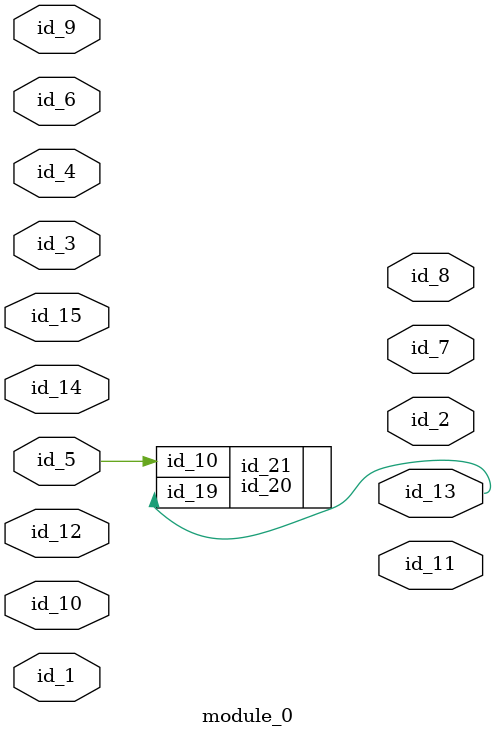
<source format=v>
`timescale 1 ps / 1ps
module module_0 (
    id_1,
    id_2,
    id_3,
    id_4,
    id_5,
    id_6,
    id_7,
    id_8,
    id_9,
    id_10,
    id_11,
    id_12,
    id_13,
    id_14,
    id_15
);
  input id_15;
  input id_14;
  output id_13;
  input id_12;
  output id_11;
  input id_10;
  input id_9;
  output id_8;
  output id_7;
  input id_6;
  input id_5;
  input id_4;
  input id_3;
  output id_2;
  input id_1;
  id_16 id_17 (
      .id_10(id_4),
      .id_14(1)
  );
  id_18 id_19 (
      .id_11(id_3),
      .id_17(id_9),
      .id_15(id_12)
  );
  id_20 id_21 (
      .id_10(id_10),
      .id_10(id_5),
      .id_19(1),
      .id_19(id_13)
  );
endmodule

</source>
